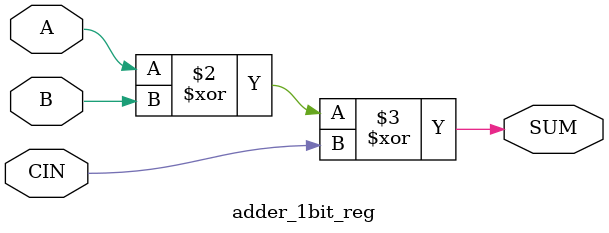
<source format=v>

module adder_1bit_reg
(
  input A,
  input B,
  input CIN,
  output SUM
);

  reg SUM;

  always @(A or B or CIN) begin
    SUM <= A ^ B ^ CIN;
  end


endmodule

</source>
